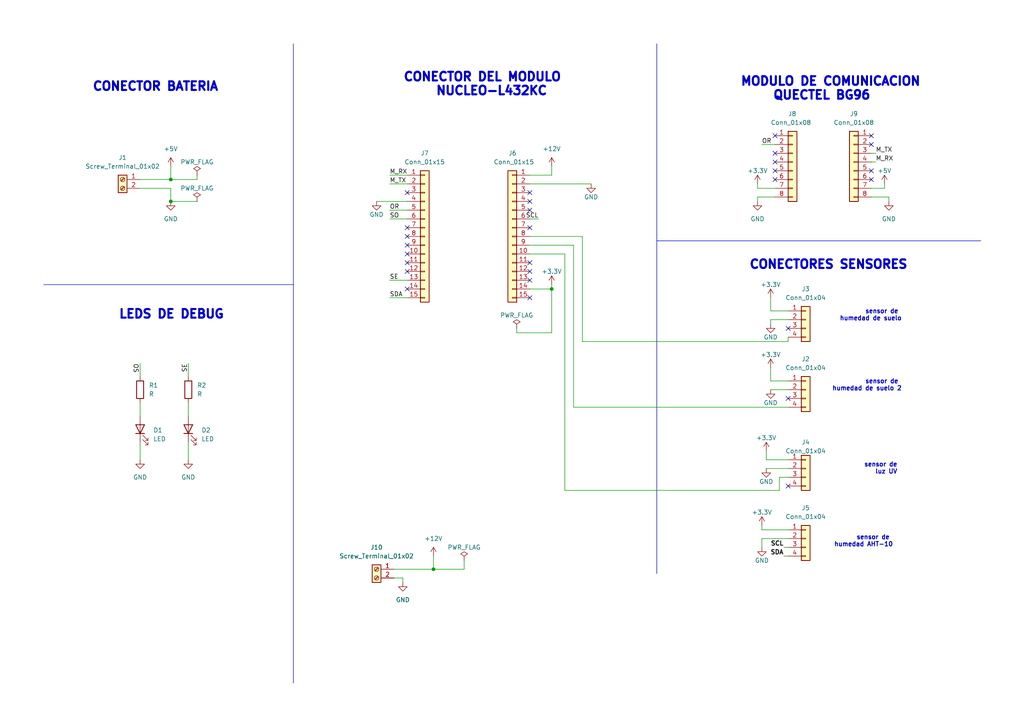
<source format=kicad_sch>
(kicad_sch (version 20230121) (generator eeschema)
  (paper "A4")
  (title_block (title "BOARD_PF_CESE") (date "2023-02-10") (comment 1 "Repositorio: https://github.com/mario739/Hardware_PF_CESE") (comment 2 "Revision:") (comment 3 "Autor:Ing. Mario Fernando Aguilar Montoya"))
  (lib_symbols
    (symbol "Connector:Screw_Terminal_01x02" (pin_names (offset 1.016) hide)
      (property "Reference" "J" (at 0 2.54 0))
      (property "Value" "Screw_Terminal_01x02" (at 0 -5.08 0))
      (symbol "Screw_Terminal_01x02_1_1"
        (rectangle (start -1.27 1.27) (end 1.27 -3.81) (stroke (width 0.254)) (fill (type background)))
        (circle (center 0 -2.54) (radius 0.635) (stroke (width 0.1524)))
        (polyline (pts (xy -0.5334 -2.2098) (xy 0.3302 -3.048)) (stroke (width 0.1524)))
        (polyline (pts (xy -0.5334 0.3302) (xy 0.3302 -0.508)) (stroke (width 0.1524)))
        (polyline (pts (xy -0.3556 -2.032) (xy 0.508 -2.8702)) (stroke (width 0.1524)))
        (polyline (pts (xy -0.3556 0.508) (xy 0.508 -0.3302)) (stroke (width 0.1524)))
        (circle (center 0 0) (radius 0.635) (stroke (width 0.1524)))
        (pin passive line (at -5.08 0 0) (length 3.81) (name "Pin_1") (number "1"))
        (pin passive line (at -5.08 -2.54 0) (length 3.81) (name "Pin_2") (number "2"))
      )
    )
    (symbol "Connector_Generic:Conn_01x04" (pin_names (offset 1.016) hide)
      (property "Reference" "J" (at 0 5.08 0))
      (property "Value" "Conn_01x04" (at 0 -7.62 0))
      (symbol "Conn_01x04_1_1"
        (rectangle (start -1.27 -4.953) (end 0 -5.207) (stroke (width 0.1524)))
        (rectangle (start -1.27 -2.413) (end 0 -2.667) (stroke (width 0.1524)))
        (rectangle (start -1.27 0.127) (end 0 -0.127) (stroke (width 0.1524)))
        (rectangle (start -1.27 2.667) (end 0 2.413) (stroke (width 0.1524)))
        (rectangle (start -1.27 3.81) (end 1.27 -6.35) (stroke (width 0.254)) (fill (type background)))
        (pin passive line (at -5.08 2.54 0) (length 3.81) (name "Pin_1") (number "1"))
        (pin passive line (at -5.08 0 0) (length 3.81) (name "Pin_2") (number "2"))
        (pin passive line (at -5.08 -2.54 0) (length 3.81) (name "Pin_3") (number "3"))
        (pin passive line (at -5.08 -5.08 0) (length 3.81) (name "Pin_4") (number "4"))
      )
    )
    (symbol "Connector_Generic:Conn_01x08" (pin_names (offset 1.016) hide)
      (property "Reference" "J" (at 0 10.16 0))
      (property "Value" "Conn_01x08" (at 0 -12.7 0))
      (symbol "Conn_01x08_1_1"
        (rectangle (start -1.27 -10.033) (end 0 -10.287) (stroke (width 0.1524)))
        (rectangle (start -1.27 -7.493) (end 0 -7.747) (stroke (width 0.1524)))
        (rectangle (start -1.27 -4.953) (end 0 -5.207) (stroke (width 0.1524)))
        (rectangle (start -1.27 -2.413) (end 0 -2.667) (stroke (width 0.1524)))
        (rectangle (start -1.27 0.127) (end 0 -0.127) (stroke (width 0.1524)))
        (rectangle (start -1.27 2.667) (end 0 2.413) (stroke (width 0.1524)))
        (rectangle (start -1.27 5.207) (end 0 4.953) (stroke (width 0.1524)))
        (rectangle (start -1.27 7.747) (end 0 7.493) (stroke (width 0.1524)))
        (rectangle (start -1.27 8.89) (end 1.27 -11.43) (stroke (width 0.254)) (fill (type background)))
        (pin passive line (at -5.08 7.62 0) (length 3.81) (name "Pin_1") (number "1"))
        (pin passive line (at -5.08 5.08 0) (length 3.81) (name "Pin_2") (number "2"))
        (pin passive line (at -5.08 2.54 0) (length 3.81) (name "Pin_3") (number "3"))
        (pin passive line (at -5.08 0 0) (length 3.81) (name "Pin_4") (number "4"))
        (pin passive line (at -5.08 -2.54 0) (length 3.81) (name "Pin_5") (number "5"))
        (pin passive line (at -5.08 -5.08 0) (length 3.81) (name "Pin_6") (number "6"))
        (pin passive line (at -5.08 -7.62 0) (length 3.81) (name "Pin_7") (number "7"))
        (pin passive line (at -5.08 -10.16 0) (length 3.81) (name "Pin_8") (number "8"))
      )
    )
    (symbol "Connector_Generic:Conn_01x15" (pin_names (offset 1.016) hide)
      (property "Reference" "J" (at 0 20.32 0))
      (property "Value" "Conn_01x15" (at 0 -20.32 0))
      (symbol "Conn_01x15_1_1"
        (rectangle (start -1.27 -17.653) (end 0 -17.907) (stroke (width 0.1524)))
        (rectangle (start -1.27 -15.113) (end 0 -15.367) (stroke (width 0.1524)))
        (rectangle (start -1.27 -12.573) (end 0 -12.827) (stroke (width 0.1524)))
        (rectangle (start -1.27 -10.033) (end 0 -10.287) (stroke (width 0.1524)))
        (rectangle (start -1.27 -7.493) (end 0 -7.747) (stroke (width 0.1524)))
        (rectangle (start -1.27 -4.953) (end 0 -5.207) (stroke (width 0.1524)))
        (rectangle (start -1.27 -2.413) (end 0 -2.667) (stroke (width 0.1524)))
        (rectangle (start -1.27 0.127) (end 0 -0.127) (stroke (width 0.1524)))
        (rectangle (start -1.27 2.667) (end 0 2.413) (stroke (width 0.1524)))
        (rectangle (start -1.27 5.207) (end 0 4.953) (stroke (width 0.1524)))
        (rectangle (start -1.27 7.747) (end 0 7.493) (stroke (width 0.1524)))
        (rectangle (start -1.27 10.287) (end 0 10.033) (stroke (width 0.1524)))
        (rectangle (start -1.27 12.827) (end 0 12.573) (stroke (width 0.1524)))
        (rectangle (start -1.27 15.367) (end 0 15.113) (stroke (width 0.1524)))
        (rectangle (start -1.27 17.907) (end 0 17.653) (stroke (width 0.1524)))
        (rectangle (start -1.27 19.05) (end 1.27 -19.05) (stroke (width 0.254)) (fill (type background)))
        (pin passive line (at -5.08 17.78 0) (length 3.81) (name "Pin_1") (number "1"))
        (pin passive line (at -5.08 -5.08 0) (length 3.81) (name "Pin_10") (number "10"))
        (pin passive line (at -5.08 -7.62 0) (length 3.81) (name "Pin_11") (number "11"))
        (pin passive line (at -5.08 -10.16 0) (length 3.81) (name "Pin_12") (number "12"))
        (pin passive line (at -5.08 -12.7 0) (length 3.81) (name "Pin_13") (number "13"))
        (pin passive line (at -5.08 -15.24 0) (length 3.81) (name "Pin_14") (number "14"))
        (pin passive line (at -5.08 -17.78 0) (length 3.81) (name "Pin_15") (number "15"))
        (pin passive line (at -5.08 15.24 0) (length 3.81) (name "Pin_2") (number "2"))
        (pin passive line (at -5.08 12.7 0) (length 3.81) (name "Pin_3") (number "3"))
        (pin passive line (at -5.08 10.16 0) (length 3.81) (name "Pin_4") (number "4"))
        (pin passive line (at -5.08 7.62 0) (length 3.81) (name "Pin_5") (number "5"))
        (pin passive line (at -5.08 5.08 0) (length 3.81) (name "Pin_6") (number "6"))
        (pin passive line (at -5.08 2.54 0) (length 3.81) (name "Pin_7") (number "7"))
        (pin passive line (at -5.08 0 0) (length 3.81) (name "Pin_8") (number "8"))
        (pin passive line (at -5.08 -2.54 0) (length 3.81) (name "Pin_9") (number "9"))
      )
    )
    (symbol "Device:LED" (pin_numbers hide) (pin_names (offset 1.016) hide)
      (property "Reference" "D" (at 0 2.54 0))
      (property "Value" "LED" (at 0 -2.54 0))
      (symbol "LED_0_1"
        (polyline (pts (xy -1.27 -1.27) (xy -1.27 1.27)) (stroke (width 0.254)))
        (polyline (pts (xy -1.27 0) (xy 1.27 0)))
        (polyline (pts (xy 1.27 -1.27) (xy 1.27 1.27) (xy -1.27 0) (xy 1.27 -1.27)) (stroke (width 0.254)))
        (polyline (pts (xy -3.048 -0.762) (xy -4.572 -2.286) (xy -3.81 -2.286) (xy -4.572 -2.286) (xy -4.572 -1.524)))
        (polyline (pts (xy -1.778 -0.762) (xy -3.302 -2.286) (xy -2.54 -2.286) (xy -3.302 -2.286) (xy -3.302 -1.524)))
      )
      (symbol "LED_1_1"
        (pin passive line (at -3.81 0 0) (length 2.54) (name "K") (number "1"))
        (pin passive line (at 3.81 0 180) (length 2.54) (name "A") (number "2"))
      )
    )
    (symbol "Device:R" (pin_numbers hide) (pin_names (offset 0))
      (property "Reference" "R" (at 2.032 0 90))
      (property "Value" "R" (at 0 0 90))
      (symbol "R_0_1"
        (rectangle (start -1.016 -2.54) (end 1.016 2.54) (stroke (width 0.254)))
      )
      (symbol "R_1_1"
        (pin passive line (at 0 3.81 270) (length 1.27) (name "~") (number "1"))
        (pin passive line (at 0 -3.81 90) (length 1.27) (name "~") (number "2"))
      )
    )
    (symbol "power:+12V" (power) (pin_names (offset 0))
      (property "Value" "+12V" (at 0 3.556 0))
      (symbol "+12V_0_1"
        (polyline (pts (xy -0.762 1.27) (xy 0 2.54)))
        (polyline (pts (xy 0 0) (xy 0 2.54)))
        (polyline (pts (xy 0 2.54) (xy 0.762 1.27)))
      )
      (symbol "+12V_1_1"
        (pin power_in line (at 0 0 90) (length 0) hide (name "+12V") (number "1"))
      )
    )
    (symbol "power:+3.3V" (power) (pin_names (offset 0))
      (property "Value" "+3.3V" (at 0 3.556 0))
      (symbol "+3.3V_0_1"
        (polyline (pts (xy -0.762 1.27) (xy 0 2.54)))
        (polyline (pts (xy 0 0) (xy 0 2.54)))
        (polyline (pts (xy 0 2.54) (xy 0.762 1.27)))
      )
      (symbol "+3.3V_1_1"
        (pin power_in line (at 0 0 90) (length 0) hide (name "+3.3V") (number "1"))
      )
    )
    (symbol "power:+5V" (power) (pin_names (offset 0))
      (property "Value" "+5V" (at 0 3.556 0))
      (symbol "+5V_0_1"
        (polyline (pts (xy -0.762 1.27) (xy 0 2.54)))
        (polyline (pts (xy 0 0) (xy 0 2.54)))
        (polyline (pts (xy 0 2.54) (xy 0.762 1.27)))
      )
      (symbol "+5V_1_1"
        (pin power_in line (at 0 0 90) (length 0) hide (name "+5V") (number "1"))
      )
    )
    (symbol "power:GND" (power) (pin_names (offset 0))
      (property "Value" "GND" (at 0 -3.81 0))
      (symbol "GND_0_1"
        (polyline (pts (xy 0 0) (xy 0 -1.27) (xy 1.27 -1.27) (xy 0 -2.54) (xy -1.27 -1.27) (xy 0 -1.27)))
      )
      (symbol "GND_1_1"
        (pin power_in line (at 0 0 270) (length 0) hide (name "GND") (number "1"))
      )
    )
    (symbol "power:PWR_FLAG" (power) (pin_numbers hide) (pin_names (offset 0) hide)
      (property "Value" "PWR_FLAG" (at 0 3.81 0))
      (symbol "PWR_FLAG_0_0"
        (pin power_out line (at 0 0 90) (length 0) (name "pwr") (number "1"))
      )
      (symbol "PWR_FLAG_0_1"
        (polyline (pts (xy 0 0) (xy 0 1.27) (xy -1.016 1.905) (xy 0 2.54) (xy 1.016 1.905) (xy 0 1.27)))
      )
    )
  )
  (junction (at 160.02 83.82))
  (junction (at 125.73 165.1))
  (junction (at 49.53 52.07))
  (junction (at 49.53 58.42))
  (no_connect (at 252.73 49.53))
  (no_connect (at 228.6 95.25))
  (no_connect (at 228.6 115.57))
  (no_connect (at 153.67 76.2))
  (no_connect (at 252.73 41.91))
  (no_connect (at 153.67 78.74))
  (no_connect (at 118.11 83.82))
  (no_connect (at 252.73 39.37))
  (no_connect (at 153.67 66.04))
  (no_connect (at 153.67 81.28))
  (no_connect (at 118.11 76.2))
  (no_connect (at 118.11 68.58))
  (no_connect (at 228.6 140.97))
  (no_connect (at 252.73 52.07))
  (no_connect (at 224.79 49.53))
  (no_connect (at 224.79 46.99))
  (no_connect (at 153.67 86.36))
  (no_connect (at 118.11 73.66))
  (no_connect (at 118.11 78.74))
  (no_connect (at 224.79 39.37))
  (no_connect (at 118.11 55.88))
  (no_connect (at 153.67 58.42))
  (no_connect (at 224.79 52.07))
  (no_connect (at 153.67 60.96))
  (no_connect (at 153.67 55.88))
  (no_connect (at 224.79 44.45))
  (no_connect (at 118.11 66.04))
  (no_connect (at 118.11 71.12))
  (wire (pts (xy 113.03 86.36) (xy 118.11 86.36)))
  (polyline (pts (xy 190.5 69.85) (xy 190.5 166.37)))
  (wire (pts (xy 226.06 142.24) (xy 163.83 142.24)))
  (wire (pts (xy 49.53 48.26) (xy 49.53 52.07)))
  (wire (pts (xy 163.83 73.66) (xy 163.83 142.24)))
  (wire (pts (xy 113.03 60.96) (xy 118.11 60.96)))
  (wire (pts (xy 228.6 133.35) (xy 222.25 133.35)))
  (wire (pts (xy 134.62 165.1) (xy 125.73 165.1)))
  (wire (pts (xy 219.71 54.61) (xy 219.71 53.34)))
  (wire (pts (xy 153.67 50.8) (xy 160.02 50.8)))
  (polyline (pts (xy 12.7 82.55) (xy 85.09 82.55)))
  (wire (pts (xy 257.81 57.15) (xy 257.81 58.42)))
  (wire (pts (xy 222.25 133.35) (xy 222.25 130.81)))
  (wire (pts (xy 228.6 99.06) (xy 228.6 97.79)))
  (wire (pts (xy 220.98 41.91) (xy 224.79 41.91)))
  (wire (pts (xy 40.64 54.61) (xy 49.53 54.61)))
  (wire (pts (xy 114.3 167.64) (xy 116.84 167.64)))
  (wire (pts (xy 226.06 138.43) (xy 226.06 142.24)))
  (wire (pts (xy 227.33 161.29) (xy 228.6 161.29)))
  (wire (pts (xy 228.6 118.11) (xy 166.37 118.11)))
  (wire (pts (xy 166.37 71.12) (xy 153.67 71.12)))
  (wire (pts (xy 223.52 92.71) (xy 223.52 93.98)))
  (wire (pts (xy 168.91 68.58) (xy 153.67 68.58)))
  (wire (pts (xy 254 44.45) (xy 252.73 44.45)))
  (polyline (pts (xy 190.5 69.85) (xy 284.48 69.85)))
  (wire (pts (xy 153.67 73.66) (xy 163.83 73.66)))
  (wire (pts (xy 168.91 99.06) (xy 168.91 68.58)))
  (wire (pts (xy 49.53 54.61) (xy 49.53 58.42)))
  (wire (pts (xy 57.15 52.07) (xy 49.53 52.07)))
  (wire (pts (xy 54.61 128.27) (xy 54.61 133.35)))
  (wire (pts (xy 220.98 153.67) (xy 220.98 152.4)))
  (wire (pts (xy 160.02 50.8) (xy 160.02 48.26)))
  (wire (pts (xy 113.03 81.28) (xy 118.11 81.28)))
  (wire (pts (xy 228.6 110.49) (xy 223.52 110.49)))
  (polyline (pts (xy 85.09 82.55) (xy 85.09 198.12)))
  (wire (pts (xy 223.52 90.17) (xy 223.52 86.36)))
  (wire (pts (xy 40.64 52.07) (xy 49.53 52.07)))
  (wire (pts (xy 228.6 92.71) (xy 223.52 92.71)))
  (wire (pts (xy 171.45 53.34) (xy 153.67 53.34)))
  (wire (pts (xy 160.02 96.52) (xy 160.02 83.82)))
  (wire (pts (xy 224.79 54.61) (xy 219.71 54.61)))
  (wire (pts (xy 113.03 63.5) (xy 118.11 63.5)))
  (wire (pts (xy 228.6 99.06) (xy 168.91 99.06)))
  (wire (pts (xy 149.86 96.52) (xy 160.02 96.52)))
  (wire (pts (xy 223.52 110.49) (xy 223.52 106.68)))
  (polyline (pts (xy 85.09 12.7) (xy 85.09 82.55)))
  (wire (pts (xy 252.73 54.61) (xy 256.54 54.61)))
  (wire (pts (xy 57.15 58.42) (xy 49.53 58.42)))
  (wire (pts (xy 227.33 158.75) (xy 228.6 158.75)))
  (wire (pts (xy 116.84 167.64) (xy 116.84 168.91)))
  (wire (pts (xy 166.37 118.11) (xy 166.37 71.12)))
  (wire (pts (xy 134.62 162.56) (xy 134.62 165.1)))
  (polyline (pts (xy 190.5 12.7) (xy 190.5 69.85)))
  (wire (pts (xy 228.6 90.17) (xy 223.52 90.17)))
  (wire (pts (xy 219.71 57.15) (xy 219.71 58.42)))
  (wire (pts (xy 114.3 165.1) (xy 125.73 165.1)))
  (wire (pts (xy 224.79 57.15) (xy 219.71 57.15)))
  (wire (pts (xy 149.86 95.25) (xy 149.86 96.52)))
  (wire (pts (xy 228.6 153.67) (xy 220.98 153.67)))
  (wire (pts (xy 156.21 63.5) (xy 153.67 63.5)))
  (wire (pts (xy 113.03 53.34) (xy 118.11 53.34)))
  (wire (pts (xy 40.64 116.84) (xy 40.64 120.65)))
  (wire (pts (xy 125.73 165.1) (xy 125.73 161.29)))
  (wire (pts (xy 160.02 83.82) (xy 160.02 82.55)))
  (wire (pts (xy 256.54 54.61) (xy 256.54 53.34)))
  (wire (pts (xy 254 46.99) (xy 252.73 46.99)))
  (wire (pts (xy 57.15 50.8) (xy 57.15 52.07)))
  (wire (pts (xy 228.6 156.21) (xy 220.98 156.21)))
  (wire (pts (xy 40.64 128.27) (xy 40.64 133.35)))
  (wire (pts (xy 113.03 50.8) (xy 118.11 50.8)))
  (wire (pts (xy 54.61 105.41) (xy 54.61 109.22)))
  (wire (pts (xy 228.6 138.43) (xy 226.06 138.43)))
  (wire (pts (xy 252.73 57.15) (xy 257.81 57.15)))
  (wire (pts (xy 40.64 105.41) (xy 40.64 109.22)))
  (wire (pts (xy 228.6 113.03) (xy 223.52 113.03)))
  (wire (pts (xy 54.61 116.84) (xy 54.61 120.65)))
  (wire (pts (xy 228.6 135.89) (xy 222.25 135.89)))
  (wire (pts (xy 220.98 156.21) (xy 220.98 158.75)))
  (wire (pts (xy 153.67 83.82) (xy 160.02 83.82)))
  (wire (pts (xy 118.11 58.42) (xy 109.22 58.42)))
  (text "MODULO DE COMUNICACION \n	QUECTEL BG96\n" (at 214.63 29.21 0) (effects (font (size 2.5 2.5) (thickness 0.6) bold) (justify left bottom)))
  (text "sensor de \nhumedad de suelo\n\n" (at 261.62 95.25 0) (effects (font (size 1.27 1.27) (thickness 0.254) bold) (justify right bottom)))
  (text "LEDS DE DEBUG\n" (at 34.29 92.71 0) (effects (font (size 2.5 2.5) (thickness 0.6) bold) (justify left bottom)))
  (text "sensor de \nhumedad AHT-10\n" (at 259.08 158.75 0) (effects (font (size 1.27 1.27) (thickness 0.254) bold) (justify right bottom)))
  (text "sensor de\nluz UV\n\n" (at 260.35 139.7 0) (effects (font (size 1.27 1.27) (thickness 0.254) bold) (justify right bottom)))
  (text "CONECTOR BATERIA " (at 26.67 26.67 0) (effects (font (size 2.5 2.5) (thickness 0.6) bold) (justify left bottom)))
  (text "sensor de \nhumedad de suelo 2\n\n" (at 261.62 115.57 0) (effects (font (size 1.27 1.27) (thickness 0.254) bold) (justify right bottom)))
  (text "CONECTORES SENSORES\n\n " (at 217.17 86.36 0) (effects (font (size 2.5 2.5) (thickness 0.6) bold) (justify left bottom)))
  (text "CONECTOR DEL MODULO \n	NUCLEO-L432KC\n" (at 116.84 27.94 0) (effects (font (size 2.5 2.5) (thickness 0.6) bold) (justify left bottom)))
  (label "SE" (at 54.61 105.41 270))
  (label "SDA" (at 227.33 161.29 180) (effects (font bold)))
  (label "M_RX" (at 254 46.99 0))
  (label "SDA" (at 113.03 86.36 0))
  (label "M_RX" (at 113.03 50.8 0))
  (label "OR" (at 113.03 60.96 0))
  (label "OR" (at 220.98 41.91 0))
  (label "SE" (at 113.03 81.28 0))
  (label "M_TX" (at 113.03 53.34 0))
  (label "SO" (at 113.03 63.5 0))
  (label "SCL" (at 227.33 158.75 180) (effects (font bold)))
  (label "SCL" (at 156.21 63.5 180))
  (label "M_TX" (at 254 44.45 0))
  (label "SO" (at 40.64 105.41 270))
  (symbol (lib_id "Connector_Generic:Conn_01x04") (at 233.68 92.71 0) (unit 1)
    (property "Reference" "J3" (at 233.68 83.82 0))
    (property "Value" "Conn_01x04" (at 233.68 86.36 0))
    (property "Footprint" "Connector_PinSocket_2.54mm:PinSocket_1x04_P2.54mm_Vertical" (effects hide))
  )
  (symbol (lib_id "power:GND") (at 219.71 58.42 0) (unit 1)
    (property "Reference" "#PWR016" (effects hide))
    (property "Value" "GND" (at 219.71 63.5 0))
  )
  (symbol (lib_id "power:GND") (at 223.52 113.03 0) (mirror y) (unit 1)
    (property "Reference" "#PWR04" (effects hide))
    (property "Value" "GND" (at 223.52 116.84 0))
  )
  (symbol (lib_id "Connector_Generic:Conn_01x04") (at 233.68 156.21 0) (unit 1)
    (property "Reference" "J5" (at 233.68 147.32 0))
    (property "Value" "Conn_01x04" (at 233.68 149.86 0))
    (property "Footprint" "Connector_PinSocket_2.54mm:PinSocket_1x04_P2.54mm_Vertical" (effects hide))
  )
  (symbol (lib_id "power:PWR_FLAG") (at 134.62 162.56 0) (unit 1)
    (property "Reference" "#FLG03" (effects hide))
    (property "Value" "PWR_FLAG" (at 134.62 158.75 0))
  )
  (symbol (lib_id "power:GND") (at 49.53 58.42 0) (unit 1)
    (property "Reference" "#PWR02" (effects hide))
    (property "Value" "GND" (at 49.53 63.5 0))
  )
  (symbol (lib_id "power:+3.3V") (at 220.98 152.4 0) (mirror y) (unit 1)
    (property "Reference" "#PWR09" (effects hide))
    (property "Value" "+3.3V" (at 220.98 148.59 0))
  )
  (symbol (lib_id "power:PWR_FLAG") (at 57.15 50.8 0) (unit 1)
    (property "Reference" "#FLG01" (effects hide))
    (property "Value" "PWR_FLAG" (at 57.15 46.99 0))
  )
  (symbol (lib_id "Connector_Generic:Conn_01x08") (at 247.65 46.99 0) (mirror y) (unit 1)
    (property "Reference" "J9" (at 247.65 33.02 0))
    (property "Value" "Conn_01x08" (at 247.65 35.56 0))
    (property "Footprint" "Connector_PinSocket_2.54mm:PinSocket_1x08_P2.54mm_Vertical" (effects hide))
  )
  (symbol (lib_id "power:PWR_FLAG") (at 149.86 95.25 0) (unit 1)
    (property "Reference" "#FLG04" (effects hide))
    (property "Value" "PWR_FLAG" (at 149.86 91.44 0))
  )
  (symbol (lib_id "Connector:Screw_Terminal_01x02") (at 35.56 52.07 0) (mirror y) (unit 1)
    (property "Reference" "J1" (at 35.56 45.72 0))
    (property "Value" "Screw_Terminal_01x02" (at 35.56 48.26 0))
    (property "Footprint" "TerminalBlock_Phoenix:TerminalBlock_Phoenix_MPT-0,5-2-2.54_1x02_P2.54mm_Horizontal" (effects hide))
  )
  (symbol (lib_id "power:GND") (at 54.61 133.35 0) (unit 1)
    (property "Reference" "#PWR019" (effects hide))
    (property "Value" "GND" (at 54.61 138.43 0))
  )
  (symbol (lib_id "Connector_Generic:Conn_01x04") (at 233.68 135.89 0) (unit 1)
    (property "Reference" "J4" (at 233.68 128.27 0))
    (property "Value" "Conn_01x04" (at 233.68 130.81 0))
    (property "Footprint" "Connector_PinSocket_2.54mm:PinSocket_1x04_P2.54mm_Vertical" (effects hide))
  )
  (symbol (lib_id "power:GND") (at 40.64 133.35 0) (unit 1)
    (property "Reference" "#PWR017" (effects hide))
    (property "Value" "GND" (at 40.64 138.43 0))
  )
  (symbol (lib_id "power:GND") (at 116.84 168.91 0) (unit 1)
    (property "Reference" "#PWR022" (effects hide))
    (property "Value" "GND" (at 116.84 173.99 0))
  )
  (symbol (lib_id "Connector:Screw_Terminal_01x02") (at 109.22 165.1 0) (mirror y) (unit 1)
    (property "Reference" "J10" (at 109.22 158.75 0))
    (property "Value" "Screw_Terminal_01x02" (at 109.22 161.29 0))
    (property "Footprint" "TerminalBlock_Phoenix:TerminalBlock_Phoenix_MPT-0,5-2-2.54_1x02_P2.54mm_Horizontal" (effects hide))
  )
  (symbol (lib_id "power:GND") (at 220.98 158.75 0) (mirror y) (unit 1)
    (property "Reference" "#PWR010" (effects hide))
    (property "Value" "GND" (at 220.98 162.56 0))
  )
  (symbol (lib_id "power:GND") (at 222.25 135.89 0) (mirror y) (unit 1)
    (property "Reference" "#PWR08" (effects hide))
    (property "Value" "GND" (at 222.25 139.7 0))
  )
  (symbol (lib_id "power:+3.3V") (at 160.02 82.55 0) (mirror y) (unit 1)
    (property "Reference" "#PWR013" (effects hide))
    (property "Value" "+3.3V" (at 160.02 78.74 0))
  )
  (symbol (lib_id "power:GND") (at 257.81 58.42 0) (unit 1)
    (property "Reference" "#PWR020" (effects hide))
    (property "Value" "GND" (at 257.81 63.5 0))
  )
  (symbol (lib_id "Connector_Generic:Conn_01x15") (at 148.59 68.58 0) (mirror y) (unit 1)
    (property "Reference" "J6" (at 149.86 44.45 0) (effects (justify left)))
    (property "Value" "Conn_01x15" (at 154.94 46.99 0) (effects (justify left)))
    (property "Footprint" "Connector_PinSocket_2.54mm:PinSocket_1x15_P2.54mm_Vertical" (effects hide))
  )
  (symbol (lib_id "Connector_Generic:Conn_01x08") (at 229.87 46.99 0) (unit 1)
    (property "Reference" "J8" (at 228.6 33.02 0) (effects (justify left)))
    (property "Value" "Conn_01x08" (at 223.52 35.56 0) (effects (justify left)))
    (property "Footprint" "Connector_PinSocket_2.54mm:PinSocket_1x08_P2.54mm_Vertical" (effects hide))
  )
  (symbol (lib_id "power:+12V") (at 160.02 48.26 0) (unit 1)
    (property "Reference" "#PWR018" (effects hide))
    (property "Value" "+12V" (at 160.02 43.18 0))
  )
  (symbol (lib_id "power:GND") (at 171.45 53.34 0) (mirror y) (unit 1)
    (property "Reference" "#PWR011" (effects hide))
    (property "Value" "GND" (at 171.45 57.15 0))
  )
  (symbol (lib_id "power:+3.3V") (at 219.71 53.34 0) (unit 1)
    (property "Reference" "#PWR015" (effects hide))
    (property "Value" "+3.3V" (at 219.71 49.53 0))
  )
  (symbol (lib_id "Connector_Generic:Conn_01x15") (at 123.19 68.58 0) (unit 1)
    (property "Reference" "J7" (at 123.19 44.45 0))
    (property "Value" "Conn_01x15" (at 123.19 46.99 0))
    (property "Footprint" "Connector_PinSocket_2.54mm:PinSocket_1x15_P2.54mm_Vertical" (effects hide))
  )
  (symbol (lib_id "Device:LED") (at 40.64 124.46 90) (unit 1)
    (property "Reference" "D1" (at 44.45 124.7774 90) (effects (justify right)))
    (property "Value" "LED" (at 44.45 127.3174 90) (effects (justify right)))
    (property "Footprint" "LED_THT:LED_D3.0mm" (effects hide))
  )
  (symbol (lib_id "power:GND") (at 109.22 58.42 0) (mirror y) (unit 1)
    (property "Reference" "#PWR014" (effects hide))
    (property "Value" "GND" (at 109.22 62.23 0))
  )
  (symbol (lib_id "Device:R") (at 40.64 113.03 0) (unit 1)
    (property "Reference" "R1" (at 43.18 111.7599 0) (effects (justify left)))
    (property "Value" "R" (at 43.18 114.2999 0) (effects (justify left)))
    (property "Footprint" "Resistor_THT:R_Axial_DIN0207_L6.3mm_D2.5mm_P10.16mm_Horizontal" (effects hide))
  )
  (symbol (lib_id "power:+5V") (at 49.53 48.26 0) (unit 1)
    (property "Reference" "#PWR01" (effects hide))
    (property "Value" "+5V" (at 49.53 43.18 0))
  )
  (symbol (lib_id "Device:LED") (at 54.61 124.46 90) (unit 1)
    (property "Reference" "D2" (at 58.42 124.7774 90) (effects (justify right)))
    (property "Value" "LED" (at 58.42 127.3174 90) (effects (justify right)))
    (property "Footprint" "LED_THT:LED_D3.0mm" (effects hide))
  )
  (symbol (lib_id "power:+3.3V") (at 222.25 130.81 0) (mirror y) (unit 1)
    (property "Reference" "#PWR07" (effects hide))
    (property "Value" "+3.3V" (at 222.25 127 0))
  )
  (symbol (lib_id "power:+3.3V") (at 223.52 106.68 0) (mirror y) (unit 1)
    (property "Reference" "#PWR03" (effects hide))
    (property "Value" "+3.3V" (at 223.52 102.87 0))
  )
  (symbol (lib_id "power:PWR_FLAG") (at 57.15 58.42 0) (unit 1)
    (property "Reference" "#FLG02" (effects hide))
    (property "Value" "PWR_FLAG" (at 57.15 54.61 0))
  )
  (symbol (lib_id "Connector_Generic:Conn_01x04") (at 233.68 113.03 0) (unit 1)
    (property "Reference" "J2" (at 233.68 104.14 0))
    (property "Value" "Conn_01x04" (at 233.68 106.68 0))
    (property "Footprint" "Connector_PinSocket_2.54mm:PinSocket_1x04_P2.54mm_Vertical" (effects hide))
  )
  (symbol (lib_id "Device:R") (at 54.61 113.03 0) (unit 1)
    (property "Reference" "R2" (at 57.15 111.7599 0) (effects (justify left)))
    (property "Value" "R" (at 57.15 114.2999 0) (effects (justify left)))
    (property "Footprint" "Resistor_THT:R_Axial_DIN0207_L6.3mm_D2.5mm_P10.16mm_Horizontal" (effects hide))
  )
  (symbol (lib_id "power:+3.3V") (at 223.52 86.36 0) (mirror y) (unit 1)
    (property "Reference" "#PWR05" (effects hide))
    (property "Value" "+3.3V" (at 223.52 82.55 0))
  )
  (symbol (lib_id "power:+12V") (at 125.73 161.29 0) (unit 1)
    (property "Reference" "#PWR021" (effects hide))
    (property "Value" "+12V" (at 125.73 156.21 0))
  )
  (symbol (lib_id "power:+5V") (at 256.54 53.34 0) (unit 1)
    (property "Reference" "#PWR012" (effects hide))
    (property "Value" "+5V" (at 256.54 49.53 0))
  )
  (symbol (lib_id "power:GND") (at 223.52 93.98 0) (mirror y) (unit 1)
    (property "Reference" "#PWR06" (effects hide))
    (property "Value" "GND" (at 223.52 97.79 0))
  )
)
</source>
